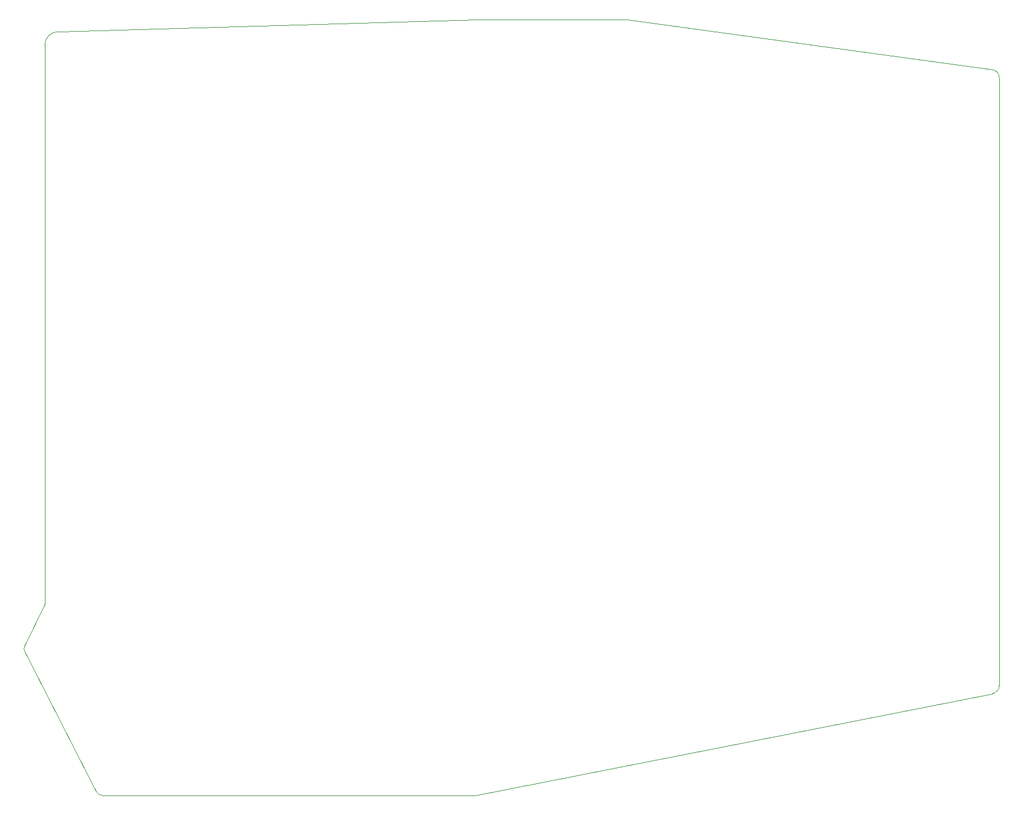
<source format=gbr>
%TF.GenerationSoftware,KiCad,Pcbnew,(7.0.0-0)*%
%TF.CreationDate,2023-04-10T14:36:22-07:00*%
%TF.ProjectId,Sofle_loud_bottom,536f666c-655f-46c6-9f75-645f626f7474,rev?*%
%TF.SameCoordinates,Original*%
%TF.FileFunction,Profile,NP*%
%FSLAX46Y46*%
G04 Gerber Fmt 4.6, Leading zero omitted, Abs format (unit mm)*
G04 Created by KiCad (PCBNEW (7.0.0-0)) date 2023-04-10 14:36:22*
%MOMM*%
%LPD*%
G01*
G04 APERTURE LIST*
%TA.AperFunction,Profile*%
%ADD10C,0.100000*%
%TD*%
G04 APERTURE END LIST*
D10*
X220759846Y-137559208D02*
G75*
G03*
X221739999Y-136390000I-231146J1189208D01*
G01*
X144990000Y-38340000D02*
X83265000Y-40130000D01*
X78302647Y-130451224D02*
X81265000Y-124390000D01*
X88826529Y-152026975D02*
G75*
G03*
X89620000Y-152549998I963471J598275D01*
G01*
X144990000Y-38340000D02*
X166940000Y-38340000D01*
X81265000Y-42130000D02*
X81265000Y-124390000D01*
X166940000Y-38340000D02*
X220771310Y-45740671D01*
X78360032Y-131549982D02*
X88826528Y-152026976D01*
X220759811Y-137559027D02*
X144570000Y-152550000D01*
X83265000Y-40130000D02*
G75*
G03*
X81265000Y-42130000I0J-2000000D01*
G01*
X89620000Y-152550000D02*
X144570000Y-152550000D01*
X221739999Y-46890000D02*
X221739999Y-136390000D01*
X221739965Y-46890002D02*
G75*
G03*
X220771310Y-45740671I-1213165J-39598D01*
G01*
X78302647Y-130451224D02*
G75*
G03*
X78360032Y-131549982I1108653J-492976D01*
G01*
M02*

</source>
